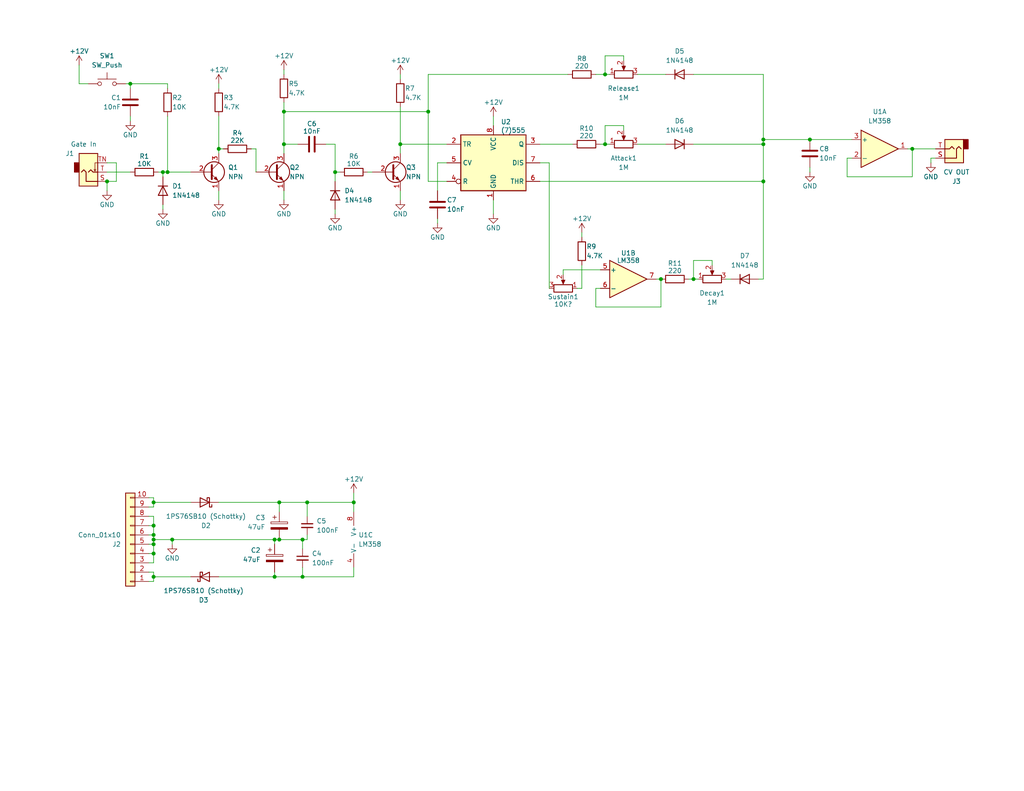
<source format=kicad_sch>
(kicad_sch (version 20250114) (generator "eeschema") (generator_version "9.0")
  (paper "USLetter")
  (lib_symbols
    (symbol "Amplifier_Operational:LM358" (pin_names (offset 0.127))
      (property "Reference" "U" (at 0 5.08 0))
      (property "Value" "LM358" (at 0 -5.08 0))
      (symbol "LM358_1_1"
        (polyline (pts (xy -5.08 5.08) (xy 5.08 0) (xy -5.08 -5.08) (xy -5.08 5.08)) (stroke (width 0.254)) (fill (type background)))
        (pin input line (at -7.62 2.54 0) (length 2.54) (name "+") (number "3"))
        (pin input line (at -7.62 -2.54 0) (length 2.54) (name "-") (number "2"))
        (pin output line (at 7.62 0 180) (length 2.54) (name "~") (number "1"))
      )
      (symbol "LM358_2_1"
        (polyline (pts (xy -5.08 5.08) (xy 5.08 0) (xy -5.08 -5.08) (xy -5.08 5.08)) (stroke (width 0.254)) (fill (type background)))
        (pin input line (at -7.62 2.54 0) (length 2.54) (name "+") (number "5"))
        (pin input line (at -7.62 -2.54 0) (length 2.54) (name "-") (number "6"))
        (pin output line (at 7.62 0 180) (length 2.54) (name "~") (number "7"))
      )
      (symbol "LM358_3_1"
        (pin power_in line (at -2.54 7.62 270) (length 3.81) (name "V+") (number "8"))
        (pin power_in line (at -2.54 -7.62 90) (length 3.81) (name "V-") (number "4"))
      )
    )
    (symbol "Connector_Audio:AudioJack2"
      (property "Reference" "J" (at 0 8.89 0))
      (property "Value" "AudioJack2" (at 0 6.35 0))
      (symbol "AudioJack2_0_1"
        (rectangle (start -3.81 0) (end -2.54 -2.54) (stroke (width 0.254)) (fill (type outline)))
        (rectangle (start -2.54 3.81) (end 2.54 -2.54) (stroke (width 0.254)) (fill (type background)))
        (polyline (pts (xy 0 0) (xy 0.635 -0.635) (xy 1.27 0) (xy 2.54 0)) (stroke (width 0.254)))
        (polyline (pts (xy 2.54 2.54) (xy -0.635 2.54) (xy -0.635 0) (xy -1.27 -0.635) (xy -1.905 0)) (stroke (width 0.254)))
      )
      (symbol "AudioJack2_1_1"
        (pin passive line (at 5.08 2.54 180) (length 2.54) (name "~") (number "S"))
        (pin passive line (at 5.08 0 180) (length 2.54) (name "~") (number "T"))
      )
    )
    (symbol "Connector_Audio:AudioJack2_SwitchT"
      (property "Reference" "J" (at 0 8.89 0))
      (property "Value" "AudioJack2_SwitchT" (at 0 6.35 0))
      (symbol "AudioJack2_SwitchT_0_1"
        (rectangle (start -2.54 0) (end -3.81 -2.54) (stroke (width 0.254)) (fill (type outline)))
        (polyline (pts (xy 0 0) (xy 0.635 -0.635) (xy 1.27 0) (xy 2.54 0)) (stroke (width 0.254)))
        (polyline (pts (xy 1.778 -0.254) (xy 2.032 -0.762)))
        (rectangle (start 2.54 3.81) (end -2.54 -5.08) (stroke (width 0.254)) (fill (type background)))
        (polyline (pts (xy 2.54 2.54) (xy -0.635 2.54) (xy -0.635 0) (xy -1.27 -0.635) (xy -1.905 0)) (stroke (width 0.254)))
        (polyline (pts (xy 2.54 -2.54) (xy 1.778 -2.54) (xy 1.778 -0.254) (xy 1.524 -0.762)))
      )
      (symbol "AudioJack2_SwitchT_1_1"
        (pin passive line (at 5.08 2.54 180) (length 2.54) (name "~") (number "S"))
        (pin passive line (at 5.08 0 180) (length 2.54) (name "~") (number "T"))
        (pin passive line (at 5.08 -2.54 180) (length 2.54) (name "~") (number "TN"))
      )
    )
    (symbol "Connector_Generic:Conn_01x10" (pin_names (offset 1.016) (hide yes))
      (property "Reference" "J" (at 0 12.7 0))
      (property "Value" "Conn_01x10" (at 0 -15.24 0))
      (symbol "Conn_01x10_1_1"
        (rectangle (start -1.27 11.43) (end 1.27 -13.97) (stroke (width 0.254)) (fill (type background)))
        (rectangle (start -1.27 10.287) (end 0 10.033) (stroke (width 0.1524)))
        (rectangle (start -1.27 7.747) (end 0 7.493) (stroke (width 0.1524)))
        (rectangle (start -1.27 5.207) (end 0 4.953) (stroke (width 0.1524)))
        (rectangle (start -1.27 2.667) (end 0 2.413) (stroke (width 0.1524)))
        (rectangle (start -1.27 0.127) (end 0 -0.127) (stroke (width 0.1524)))
        (rectangle (start -1.27 -2.413) (end 0 -2.667) (stroke (width 0.1524)))
        (rectangle (start -1.27 -4.953) (end 0 -5.207) (stroke (width 0.1524)))
        (rectangle (start -1.27 -7.493) (end 0 -7.747) (stroke (width 0.1524)))
        (rectangle (start -1.27 -10.033) (end 0 -10.287) (stroke (width 0.1524)))
        (rectangle (start -1.27 -12.573) (end 0 -12.827) (stroke (width 0.1524)))
        (pin passive line (at -5.08 10.16 0) (length 3.81) (name "Pin_1") (number "1"))
        (pin passive line (at -5.08 7.62 0) (length 3.81) (name "Pin_2") (number "2"))
        (pin passive line (at -5.08 5.08 0) (length 3.81) (name "Pin_3") (number "3"))
        (pin passive line (at -5.08 2.54 0) (length 3.81) (name "Pin_4") (number "4"))
        (pin passive line (at -5.08 0 0) (length 3.81) (name "Pin_5") (number "5"))
        (pin passive line (at -5.08 -2.54 0) (length 3.81) (name "Pin_6") (number "6"))
        (pin passive line (at -5.08 -5.08 0) (length 3.81) (name "Pin_7") (number "7"))
        (pin passive line (at -5.08 -7.62 0) (length 3.81) (name "Pin_8") (number "8"))
        (pin passive line (at -5.08 -10.16 0) (length 3.81) (name "Pin_9") (number "9"))
        (pin passive line (at -5.08 -12.7 0) (length 3.81) (name "Pin_10") (number "10"))
      )
    )
    (symbol "Device:C" (pin_numbers (hide yes)) (pin_names (offset 0.254))
      (property "Reference" "C" (at 0.635 2.54 0))
      (property "Value" "C" (at 0.635 -2.54 0))
      (symbol "C_0_1"
        (polyline (pts (xy -2.032 0.762) (xy 2.032 0.762)) (stroke (width 0.508)))
        (polyline (pts (xy -2.032 -0.762) (xy 2.032 -0.762)) (stroke (width 0.508)))
      )
      (symbol "C_1_1"
        (pin passive line (at 0 3.81 270) (length 2.794) (name "~") (number "1"))
        (pin passive line (at 0 -3.81 90) (length 2.794) (name "~") (number "2"))
      )
    )
    (symbol "Device:C_Polarized" (pin_numbers (hide yes)) (pin_names (offset 0.254))
      (property "Reference" "C" (at 0.635 2.54 0))
      (property "Value" "C_Polarized" (at 0.635 -2.54 0))
      (symbol "C_Polarized_0_1"
        (rectangle (start -2.286 0.508) (end 2.286 1.016))
        (polyline (pts (xy -1.778 2.286) (xy -0.762 2.286)))
        (polyline (pts (xy -1.27 2.794) (xy -1.27 1.778)))
        (rectangle (start 2.286 -0.508) (end -2.286 -1.016) (fill (type outline)))
      )
      (symbol "C_Polarized_1_1"
        (pin passive line (at 0 3.81 270) (length 2.794) (name "~") (number "1"))
        (pin passive line (at 0 -3.81 90) (length 2.794) (name "~") (number "2"))
      )
    )
    (symbol "Device:C_Small" (pin_numbers (hide yes)) (pin_names (offset 0.254) (hide yes))
      (property "Reference" "C" (at 0.254 1.778 0))
      (property "Value" "C_Small" (at 0.254 -2.032 0))
      (symbol "C_Small_0_1"
        (polyline (pts (xy -1.524 0.508) (xy 1.524 0.508)) (stroke (width 0.3048)))
        (polyline (pts (xy -1.524 -0.508) (xy 1.524 -0.508)) (stroke (width 0.3302)))
      )
      (symbol "C_Small_1_1"
        (pin passive line (at 0 2.54 270) (length 2.032) (name "~") (number "1"))
        (pin passive line (at 0 -2.54 90) (length 2.032) (name "~") (number "2"))
      )
    )
    (symbol "Device:R" (pin_numbers (hide yes)) (pin_names (offset 0))
      (property "Reference" "R" (at 2.032 0 90))
      (property "Value" "R" (at 0 0 90))
      (symbol "R_0_1"
        (rectangle (start -1.016 -2.54) (end 1.016 2.54) (stroke (width 0.254)))
      )
      (symbol "R_1_1"
        (pin passive line (at 0 3.81 270) (length 1.27) (name "~") (number "1"))
        (pin passive line (at 0 -3.81 90) (length 1.27) (name "~") (number "2"))
      )
    )
    (symbol "Device:R_Potentiometer" (pin_names (offset 1.016) (hide yes))
      (property "Reference" "RV" (at -4.445 0 90))
      (property "Value" "R_Potentiometer" (at -2.54 0 90))
      (symbol "R_Potentiometer_0_1"
        (rectangle (start 1.016 2.54) (end -1.016 -2.54) (stroke (width 0.254)))
        (polyline (pts (xy 1.143 0) (xy 2.286 0.508) (xy 2.286 -0.508) (xy 1.143 0)) (fill (type outline)))
        (polyline (pts (xy 2.54 0) (xy 1.524 0)))
      )
      (symbol "R_Potentiometer_1_1"
        (pin passive line (at 0 3.81 270) (length 1.27) (name "1") (number "1"))
        (pin passive line (at 0 -3.81 90) (length 1.27) (name "3") (number "3"))
        (pin passive line (at 3.81 0 180) (length 1.27) (name "2") (number "2"))
      )
    )
    (symbol "Diode:1N4148" (pin_numbers (hide yes)) (pin_names (hide yes))
      (property "Reference" "D" (at 0 2.54 0))
      (property "Value" "1N4148" (at 0 -2.54 0))
      (symbol "1N4148_0_1"
        (polyline (pts (xy -1.27 1.27) (xy -1.27 -1.27)) (stroke (width 0.254)))
        (polyline (pts (xy 1.27 1.27) (xy 1.27 -1.27) (xy -1.27 0) (xy 1.27 1.27)) (stroke (width 0.254)))
        (polyline (pts (xy 1.27 0) (xy -1.27 0)))
      )
      (symbol "1N4148_1_1"
        (pin passive line (at -3.81 0 0) (length 2.54) (name "K") (number "1"))
        (pin passive line (at 3.81 0 180) (length 2.54) (name "A") (number "2"))
      )
    )
    (symbol "Diode:BAT60A" (pin_numbers (hide yes)) (pin_names (offset 1.016) (hide yes))
      (property "Reference" "D" (at 0 2.54 0))
      (property "Value" "BAT60A" (at 0 -2.54 0))
      (symbol "BAT60A_0_1"
        (polyline (pts (xy -1.905 0.635) (xy -1.905 1.27) (xy -1.27 1.27) (xy -1.27 -1.27) (xy -0.635 -1.27) (xy -0.635 -0.635)) (stroke (width 0.254)))
        (polyline (pts (xy 1.27 1.27) (xy 1.27 -1.27) (xy -1.27 0) (xy 1.27 1.27)) (stroke (width 0.254)))
        (polyline (pts (xy 1.27 0) (xy -1.27 0)))
      )
      (symbol "BAT60A_1_1"
        (pin passive line (at -3.81 0 0) (length 2.54) (name "K") (number "1"))
        (pin passive line (at 3.81 0 180) (length 2.54) (name "A") (number "2"))
      )
    )
    (symbol "Switch:SW_Push" (pin_numbers (hide yes)) (pin_names (offset 1.016) (hide yes))
      (property "Reference" "SW" (at 1.27 2.54 0))
      (property "Value" "SW_Push" (at 0 -1.524 0))
      (symbol "SW_Push_0_1"
        (circle (center -2.032 0) (radius 0.508))
        (polyline (pts (xy 0 1.27) (xy 0 3.048)))
        (circle (center 2.032 0) (radius 0.508))
        (polyline (pts (xy 2.54 1.27) (xy -2.54 1.27)))
        (pin passive line (at -5.08 0 0) (length 2.54) (name "1") (number "1"))
        (pin passive line (at 5.08 0 180) (length 2.54) (name "2") (number "2"))
      )
    )
    (symbol "Timer:NA555P"
      (property "Reference" "U" (at -10.16 8.89 0))
      (property "Value" "NA555P" (at 2.54 8.89 0))
      (symbol "NA555P_0_0"
        (pin power_in line (at 0 10.16 270) (length 2.54) (name "VCC") (number "8"))
        (pin power_in line (at 0 -10.16 90) (length 2.54) (name "GND") (number "1"))
      )
      (symbol "NA555P_0_1"
        (rectangle (start -8.89 -7.62) (end 8.89 7.62) (stroke (width 0.254)) (fill (type background)))
        (rectangle (start -8.89 -7.62) (end 8.89 7.62) (stroke (width 0.254)) (fill (type background)))
      )
      (symbol "NA555P_1_1"
        (pin input line (at -12.7 5.08 0) (length 3.81) (name "TR") (number "2"))
        (pin input line (at -12.7 0 0) (length 3.81) (name "CV") (number "5"))
        (pin input inverted (at -12.7 -5.08 0) (length 3.81) (name "R") (number "4"))
        (pin output line (at 12.7 5.08 180) (length 3.81) (name "Q") (number "3"))
        (pin input line (at 12.7 0 180) (length 3.81) (name "DIS") (number "7"))
        (pin input line (at 12.7 -5.08 180) (length 3.81) (name "THR") (number "6"))
      )
    )
    (symbol "Transistor_BJT:2N3904" (pin_names (offset 0) (hide yes))
      (property "Reference" "Q" (at 5.08 1.905 0))
      (property "Value" "2N3904" (at 5.08 0 0))
      (symbol "2N3904_0_1"
        (polyline (pts (xy 0.635 1.905) (xy 0.635 -1.905) (xy 0.635 -1.905)) (stroke (width 0.508)))
        (polyline (pts (xy 0.635 0.635) (xy 2.54 2.54)))
        (polyline (pts (xy 0.635 -0.635) (xy 2.54 -2.54) (xy 2.54 -2.54)))
        (circle (center 1.27 0) (radius 2.8194) (stroke (width 0.254)))
        (polyline (pts (xy 1.27 -1.778) (xy 1.778 -1.27) (xy 2.286 -2.286) (xy 1.27 -1.778) (xy 1.27 -1.778)) (fill (type outline)))
      )
      (symbol "2N3904_1_1"
        (pin passive line (at -5.08 0 0) (length 5.715) (name "B") (number "2"))
        (pin passive line (at 2.54 5.08 270) (length 2.54) (name "C") (number "3"))
        (pin passive line (at 2.54 -5.08 90) (length 2.54) (name "E") (number "1"))
      )
    )
    (symbol "power:+12V" (power) (pin_names (offset 0))
      (property "Value" "+12V" (at 0 3.556 0))
      (symbol "+12V_0_1"
        (polyline (pts (xy -0.762 1.27) (xy 0 2.54)))
        (polyline (pts (xy 0 2.54) (xy 0.762 1.27)))
        (polyline (pts (xy 0 0) (xy 0 2.54)))
      )
      (symbol "+12V_1_1"
        (pin power_in line (at 0 0 90) (length 0) (hide yes) (name "+12V") (number "1"))
      )
    )
    (symbol "power:GND" (power) (pin_names (offset 0))
      (property "Value" "GND" (at 0 -3.81 0))
      (symbol "GND_0_1"
        (polyline (pts (xy 0 0) (xy 0 -1.27) (xy 1.27 -1.27) (xy 0 -2.54) (xy -1.27 -1.27) (xy 0 -1.27)))
      )
      (symbol "GND_1_1"
        (pin power_in line (at 0 0 270) (length 0) (hide yes) (name "GND") (number "1"))
      )
    )
  )
  (junction (at 41.91 146.05))
  (junction (at 165.1 39.37))
  (junction (at 76.2 147.32))
  (junction (at 41.91 157.48))
  (junction (at 189.23 76.2))
  (junction (at 208.28 38.1))
  (junction (at 220.98 38.1))
  (junction (at 208.28 49.53))
  (junction (at 82.55 157.48))
  (junction (at 74.93 147.32))
  (junction (at 59.69 40.64))
  (junction (at 91.44 46.99))
  (junction (at 41.91 151.13))
  (junction (at 82.55 147.32))
  (junction (at 41.91 143.51))
  (junction (at 29.21 49.53))
  (junction (at 116.84 30.48))
  (junction (at 35.56 22.86))
  (junction (at 208.28 39.37))
  (junction (at 77.47 39.37))
  (junction (at 45.72 46.99))
  (junction (at 83.82 137.16))
  (junction (at 248.92 40.64))
  (junction (at 74.93 157.48))
  (junction (at 41.91 148.59))
  (junction (at 41.91 147.32))
  (junction (at 41.91 137.16))
  (junction (at 96.52 137.16))
  (junction (at 109.22 39.37))
  (junction (at 77.47 30.48))
  (junction (at 76.2 137.16))
  (junction (at 165.1 20.32))
  (junction (at 44.45 46.99))
  (junction (at 46.99 147.32))
  (junction (at 180.34 76.2))
  (wire (pts (xy 77.47 30.48) (xy 116.84 30.48)))
  (wire (pts (xy 41.91 157.48) (xy 41.91 158.75)))
  (wire (pts (xy 29.21 49.53) (xy 29.21 52.07)))
  (wire (pts (xy 41.91 137.16) (xy 41.91 135.89)))
  (wire (pts (xy 77.47 39.37) (xy 77.47 41.91)))
  (wire (pts (xy 119.38 44.45) (xy 121.92 44.45)))
  (wire (pts (xy 40.64 151.13) (xy 41.91 151.13)))
  (wire (pts (xy 41.91 138.43) (xy 41.91 137.16)))
  (wire (pts (xy 170.18 34.29) (xy 165.1 34.29)))
  (wire (pts (xy 31.75 44.45) (xy 31.75 49.53)))
  (wire (pts (xy 74.93 157.48) (xy 82.55 157.48)))
  (wire (pts (xy 147.32 49.53) (xy 208.28 49.53)))
  (wire (pts (xy 170.18 15.24) (xy 170.18 16.51)))
  (wire (pts (xy 96.52 137.16) (xy 96.52 139.7)))
  (wire (pts (xy 158.75 72.39) (xy 158.75 78.74)))
  (wire (pts (xy 208.28 39.37) (xy 208.28 38.1)))
  (wire (pts (xy 180.34 76.2) (xy 180.34 83.82)))
  (wire (pts (xy 40.64 135.89) (xy 41.91 135.89)))
  (wire (pts (xy 45.72 46.99) (xy 52.07 46.99)))
  (wire (pts (xy 134.62 31.75) (xy 134.62 34.29)))
  (wire (pts (xy 83.82 137.16) (xy 96.52 137.16)))
  (wire (pts (xy 157.48 78.74) (xy 158.75 78.74)))
  (wire (pts (xy 83.82 140.97) (xy 83.82 137.16)))
  (wire (pts (xy 248.92 48.26) (xy 231.14 48.26)))
  (wire (pts (xy 165.1 39.37) (xy 166.37 39.37)))
  (wire (pts (xy 77.47 19.05) (xy 77.47 20.32)))
  (wire (pts (xy 59.69 40.64) (xy 60.96 40.64)))
  (wire (pts (xy 162.56 83.82) (xy 180.34 83.82)))
  (wire (pts (xy 41.91 146.05) (xy 40.64 146.05)))
  (wire (pts (xy 109.22 39.37) (xy 109.22 41.91)))
  (wire (pts (xy 77.47 52.07) (xy 77.47 54.61)))
  (wire (pts (xy 101.6 46.99) (xy 100.33 46.99)))
  (wire (pts (xy 29.21 49.53) (xy 31.75 49.53)))
  (wire (pts (xy 74.93 147.32) (xy 76.2 147.32)))
  (wire (pts (xy 165.1 15.24) (xy 165.1 20.32)))
  (wire (pts (xy 149.86 44.45) (xy 149.86 78.74)))
  (wire (pts (xy 29.21 44.45) (xy 31.75 44.45)))
  (wire (pts (xy 41.91 148.59) (xy 41.91 151.13)))
  (wire (pts (xy 220.98 45.72) (xy 220.98 46.99)))
  (wire (pts (xy 194.31 71.12) (xy 194.31 72.39)))
  (wire (pts (xy 41.91 156.21) (xy 41.91 157.48)))
  (wire (pts (xy 59.69 157.48) (xy 74.93 157.48)))
  (wire (pts (xy 40.64 148.59) (xy 41.91 148.59)))
  (wire (pts (xy 208.28 38.1) (xy 220.98 38.1)))
  (wire (pts (xy 116.84 20.32) (xy 116.84 30.48)))
  (wire (pts (xy 35.56 31.75) (xy 35.56 33.02)))
  (wire (pts (xy 116.84 30.48) (xy 116.84 49.53)))
  (wire (pts (xy 173.99 39.37) (xy 181.61 39.37)))
  (wire (pts (xy 40.64 143.51) (xy 41.91 143.51)))
  (wire (pts (xy 162.56 78.74) (xy 162.56 83.82)))
  (wire (pts (xy 208.28 39.37) (xy 189.23 39.37)))
  (wire (pts (xy 41.91 140.97) (xy 41.91 143.51)))
  (wire (pts (xy 44.45 46.99) (xy 44.45 48.26)))
  (wire (pts (xy 247.65 40.64) (xy 248.92 40.64)))
  (wire (pts (xy 165.1 34.29) (xy 165.1 39.37)))
  (wire (pts (xy 91.44 39.37) (xy 91.44 46.99)))
  (wire (pts (xy 91.44 58.42) (xy 91.44 57.15)))
  (wire (pts (xy 82.55 157.48) (xy 96.52 157.48)))
  (wire (pts (xy 59.69 31.75) (xy 59.69 40.64)))
  (wire (pts (xy 74.93 156.21) (xy 74.93 157.48)))
  (wire (pts (xy 96.52 134.62) (xy 96.52 137.16)))
  (wire (pts (xy 109.22 20.32) (xy 109.22 21.59)))
  (wire (pts (xy 41.91 157.48) (xy 52.07 157.48)))
  (wire (pts (xy 41.91 143.51) (xy 41.91 146.05)))
  (wire (pts (xy 198.12 76.2) (xy 199.39 76.2)))
  (wire (pts (xy 220.98 38.1) (xy 232.41 38.1)))
  (wire (pts (xy 21.59 17.78) (xy 21.59 22.86)))
  (wire (pts (xy 170.18 15.24) (xy 165.1 15.24)))
  (wire (pts (xy 173.99 20.32) (xy 181.61 20.32)))
  (wire (pts (xy 82.55 154.94) (xy 82.55 157.48)))
  (wire (pts (xy 254 43.18) (xy 254 44.45)))
  (wire (pts (xy 41.91 147.32) (xy 41.91 148.59)))
  (wire (pts (xy 45.72 31.75) (xy 45.72 46.99)))
  (wire (pts (xy 46.99 148.59) (xy 46.99 147.32)))
  (wire (pts (xy 45.72 22.86) (xy 45.72 24.13)))
  (wire (pts (xy 96.52 154.94) (xy 96.52 157.48)))
  (wire (pts (xy 231.14 43.18) (xy 232.41 43.18)))
  (wire (pts (xy 83.82 146.05) (xy 83.82 147.32)))
  (wire (pts (xy 59.69 52.07) (xy 59.69 54.61)))
  (wire (pts (xy 154.94 20.32) (xy 116.84 20.32)))
  (wire (pts (xy 91.44 46.99) (xy 92.71 46.99)))
  (wire (pts (xy 163.83 39.37) (xy 165.1 39.37)))
  (wire (pts (xy 82.55 147.32) (xy 83.82 147.32)))
  (wire (pts (xy 35.56 22.86) (xy 35.56 24.13)))
  (wire (pts (xy 82.55 147.32) (xy 82.55 149.86)))
  (wire (pts (xy 248.92 40.64) (xy 255.27 40.64)))
  (wire (pts (xy 41.91 158.75) (xy 40.64 158.75)))
  (wire (pts (xy 153.67 73.66) (xy 163.83 73.66)))
  (wire (pts (xy 165.1 20.32) (xy 166.37 20.32)))
  (wire (pts (xy 40.64 153.67) (xy 41.91 153.67)))
  (wire (pts (xy 77.47 30.48) (xy 77.47 39.37)))
  (wire (pts (xy 46.99 147.32) (xy 74.93 147.32)))
  (wire (pts (xy 208.28 76.2) (xy 207.01 76.2)))
  (wire (pts (xy 44.45 46.99) (xy 45.72 46.99)))
  (wire (pts (xy 158.75 63.5) (xy 158.75 64.77)))
  (wire (pts (xy 147.32 44.45) (xy 149.86 44.45)))
  (wire (pts (xy 248.92 40.64) (xy 248.92 48.26)))
  (wire (pts (xy 74.93 148.59) (xy 74.93 147.32)))
  (wire (pts (xy 68.58 40.64) (xy 69.85 40.64)))
  (wire (pts (xy 35.56 22.86) (xy 45.72 22.86)))
  (wire (pts (xy 29.21 46.99) (xy 35.56 46.99)))
  (wire (pts (xy 41.91 147.32) (xy 46.99 147.32)))
  (wire (pts (xy 76.2 147.32) (xy 82.55 147.32)))
  (wire (pts (xy 162.56 20.32) (xy 165.1 20.32)))
  (wire (pts (xy 44.45 57.15) (xy 44.45 55.88)))
  (wire (pts (xy 179.07 76.2) (xy 180.34 76.2)))
  (wire (pts (xy 109.22 52.07) (xy 109.22 54.61)))
  (wire (pts (xy 59.69 40.64) (xy 59.69 41.91)))
  (wire (pts (xy 43.18 46.99) (xy 44.45 46.99)))
  (wire (pts (xy 189.23 76.2) (xy 190.5 76.2)))
  (wire (pts (xy 109.22 29.21) (xy 109.22 39.37)))
  (wire (pts (xy 189.23 71.12) (xy 189.23 76.2)))
  (wire (pts (xy 40.64 138.43) (xy 41.91 138.43)))
  (wire (pts (xy 119.38 44.45) (xy 119.38 52.07)))
  (wire (pts (xy 59.69 22.86) (xy 59.69 24.13)))
  (wire (pts (xy 208.28 20.32) (xy 208.28 38.1)))
  (wire (pts (xy 208.28 39.37) (xy 208.28 49.53)))
  (wire (pts (xy 254 43.18) (xy 255.27 43.18)))
  (wire (pts (xy 77.47 27.94) (xy 77.47 30.48)))
  (wire (pts (xy 41.91 146.05) (xy 41.91 147.32)))
  (wire (pts (xy 41.91 156.21) (xy 40.64 156.21)))
  (wire (pts (xy 231.14 48.26) (xy 231.14 43.18)))
  (wire (pts (xy 109.22 39.37) (xy 121.92 39.37)))
  (wire (pts (xy 41.91 151.13) (xy 41.91 153.67)))
  (wire (pts (xy 119.38 59.69) (xy 119.38 60.96)))
  (wire (pts (xy 170.18 34.29) (xy 170.18 35.56)))
  (wire (pts (xy 21.59 22.86) (xy 24.13 22.86)))
  (wire (pts (xy 134.62 54.61) (xy 134.62 58.42)))
  (wire (pts (xy 153.67 74.93) (xy 153.67 73.66)))
  (wire (pts (xy 194.31 71.12) (xy 189.23 71.12)))
  (wire (pts (xy 91.44 46.99) (xy 91.44 49.53)))
  (wire (pts (xy 116.84 49.53) (xy 121.92 49.53)))
  (wire (pts (xy 69.85 40.64) (xy 69.85 46.99)))
  (wire (pts (xy 76.2 137.16) (xy 83.82 137.16)))
  (wire (pts (xy 41.91 137.16) (xy 52.07 137.16)))
  (wire (pts (xy 88.9 39.37) (xy 91.44 39.37)))
  (wire (pts (xy 40.64 140.97) (xy 41.91 140.97)))
  (wire (pts (xy 208.28 20.32) (xy 189.23 20.32)))
  (wire (pts (xy 77.47 39.37) (xy 81.28 39.37)))
  (wire (pts (xy 147.32 39.37) (xy 156.21 39.37)))
  (wire (pts (xy 187.96 76.2) (xy 189.23 76.2)))
  (wire (pts (xy 162.56 78.74) (xy 163.83 78.74)))
  (wire (pts (xy 34.29 22.86) (xy 35.56 22.86)))
  (wire (pts (xy 59.69 137.16) (xy 76.2 137.16)))
  (wire (pts (xy 76.2 137.16) (xy 76.2 139.7)))
  (wire (pts (xy 208.28 49.53) (xy 208.28 76.2)))
  (symbol (lib_id "power:GND") (at 119.38 60.96 0) (mirror y) (unit 1)
    (property "Reference" "#PWR014" (effects (hide yes)))
    (property "Value" "GND" (at 119.38 64.77 0))
  )
  (symbol (lib_id "Device:R") (at 184.15 76.2 90) (unit 1)
    (property "Reference" "R11" (at 184.15 71.882 90))
    (property "Value" "220" (at 184.15 73.914 90))
  )
  (symbol (lib_id "power:GND") (at 35.56 33.02 0) (mirror y) (unit 1)
    (property "Reference" "#PWR03" (effects (hide yes)))
    (property "Value" "GND" (at 35.56 36.83 0))
  )
  (symbol (lib_id "Device:R") (at 59.69 27.94 0) (unit 1)
    (property "Reference" "R3" (at 60.96 26.67 0) (effects (justify left)))
    (property "Value" "4.7K" (at 60.96 29.21 0) (effects (justify left)))
  )
  (symbol (lib_id "power:+12V") (at 96.52 134.62 0) (unit 1)
    (property "Reference" "#PWR011" (effects (hide yes)))
    (property "Value" "+12V" (at 96.52 130.81 0))
  )
  (symbol (lib_id "Diode:1N4148") (at 203.2 76.2 0) (unit 1)
    (property "Reference" "D7" (at 203.2 69.85 0))
    (property "Value" "1N4148" (at 203.2 72.39 0))
    (property "Footprint" "Diode_THT:D_DO-35_SOD27_P7.62mm_Horizontal" (effects (hide yes)))
    (property "Datasheet" "https://assets.nexperia.com/documents/data-sheet/1N4148_1N4448.pdf" (effects (hide yes)))
    (property "Sim.Device" "D" (effects (hide yes)))
    (property "Sim.Pins" "1=K 2=A" (effects (hide yes)))
  )
  (symbol (lib_id "Diode:BAT60A") (at 55.88 137.16 180) (unit 1)
    (property "Reference" "D2" (at 56.1975 143.51 0))
    (property "Value" "1PS76SB10 (Schottky)" (at 56.1975 140.97 0))
    (property "Footprint" "Diode_SMD:D_SOD-323_HandSoldering" (effects (hide yes)))
    (property "Datasheet" "https://www.infineon.com/dgdl/Infineon-BAT60ASERIES-DS-v01_01-en.pdf?fileId=db3a304313d846880113def70c9304a9" (effects (hide yes)))
  )
  (symbol (lib_id "Device:C_Small") (at 83.82 143.51 0) (unit 1)
    (property "Reference" "C5" (at 86.36 142.2463 0) (effects (justify left)))
    (property "Value" "100nF" (at 86.36 144.7863 0) (effects (justify left)))
    (property "Footprint" "Capacitor_SMD:C_0805_2012Metric_Pad1.18x1.45mm_HandSolder" (effects (hide yes)))
  )
  (symbol (lib_id "power:GND") (at 29.21 52.07 0) (unit 1)
    (property "Reference" "#PWR02" (effects (hide yes)))
    (property "Value" "GND" (at 29.21 55.88 0))
  )
  (symbol (lib_id "Device:R_Potentiometer") (at 170.18 20.32 90) (unit 1)
    (property "Reference" "Release1" (at 170.18 24.13 90))
    (property "Value" "1M" (at 170.18 26.67 90))
    (property "Description" "Potentiometer" (effects (hide yes)))
  )
  (symbol (lib_id "Device:C") (at 119.38 55.88 0) (unit 1)
    (property "Reference" "C7" (at 121.92 54.61 0) (effects (justify left)))
    (property "Value" "10nF" (at 121.92 57.15 0) (effects (justify left)))
    (property "Description" "Unpolarized capacitor" (effects (hide yes)))
  )
  (symbol (lib_id "Transistor_BJT:2N3904") (at 74.93 46.99 0) (unit 1)
    (property "Reference" "Q2" (at 78.994 45.72 0) (effects (justify left)))
    (property "Value" "NPN" (at 78.994 48.26 0) (effects (justify left)))
    (property "Footprint" "Package_TO_SOT_THT:TO-92_Inline" (effects (hide yes)))
    (property "Datasheet" "https://www.onsemi.com/pub/Collateral/2N3903-D.PDF" (effects (hide yes)))
  )
  (symbol (lib_id "Device:R") (at 64.77 40.64 90) (unit 1)
    (property "Reference" "R4" (at 64.77 36.322 90))
    (property "Value" "22K" (at 64.77 38.354 90))
  )
  (symbol (lib_id "Device:R") (at 160.02 39.37 90) (unit 1)
    (property "Reference" "R10" (at 160.02 35.052 90))
    (property "Value" "220" (at 160.02 37.084 90))
  )
  (symbol (lib_id "Device:R_Potentiometer") (at 194.31 76.2 90) (unit 1)
    (property "Reference" "Decay1" (at 194.31 80.01 90))
    (property "Value" "1M" (at 194.31 82.55 90))
    (property "Description" "Potentiometer" (effects (hide yes)))
  )
  (symbol (lib_id "Amplifier_Operational:LM358") (at 171.45 76.2 0) (unit 2)
    (property "Reference" "U1" (at 171.45 69.088 0))
    (property "Value" "LM358" (at 171.45 71.12 0))
    (property "Datasheet" "http://www.ti.com/lit/ds/symlink/lm2904-n.pdf" (effects (hide yes)))
    (property "Description" "Low-Power, Dual Operational Amplifiers, DIP-8/SOIC-8/TO-99-8" (effects (hide yes)))
  )
  (symbol (lib_id "power:GND") (at 254 44.45 0) (mirror y) (unit 1)
    (property "Reference" "#PWR019" (effects (hide yes)))
    (property "Value" "GND" (at 254 48.26 0))
  )
  (symbol (lib_id "Connector_Generic:Conn_01x10") (at 35.56 148.59 180) (unit 1)
    (property "Reference" "J2" (at 33.02 148.59 0) (effects (justify left)))
    (property "Value" "Conn_01x10" (at 33.02 146.05 0) (effects (justify left)))
    (property "Footprint" "SynthMages:IDC-Header_2x05_P2.54mm_Vertical_Fixed_Ground_Fill" (effects (hide yes)))
  )
  (symbol (lib_id "Device:R") (at 158.75 20.32 90) (unit 1)
    (property "Reference" "R8" (at 158.75 16.002 90))
    (property "Value" "220" (at 158.75 18.034 90))
  )
  (symbol (lib_id "Device:C") (at 35.56 27.94 0) (mirror y) (unit 1)
    (property "Reference" "C1" (at 33.02 26.67 0) (effects (justify left)))
    (property "Value" "10nF" (at 33.02 29.21 0) (effects (justify left)))
    (property "Description" "Unpolarized capacitor" (effects (hide yes)))
  )
  (symbol (lib_id "power:+12V") (at 109.22 20.32 0) (unit 1)
    (property "Reference" "#PWR012" (effects (hide yes)))
    (property "Value" "+12V" (at 109.22 16.51 0))
  )
  (symbol (lib_id "Device:C") (at 85.09 39.37 90) (unit 1)
    (property "Reference" "C6" (at 85.09 33.782 90))
    (property "Value" "10nF" (at 85.09 35.814 90))
  )
  (symbol (lib_id "power:GND") (at 44.45 57.15 0) (unit 1)
    (property "Reference" "#PWR04" (effects (hide yes)))
    (property "Value" "GND" (at 44.45 60.96 0))
  )
  (symbol (lib_id "Transistor_BJT:2N3904") (at 57.15 46.99 0) (unit 1)
    (property "Reference" "Q1" (at 62.23 45.7199 0) (effects (justify left)))
    (property "Value" "NPN" (at 62.23 48.2599 0) (effects (justify left)))
    (property "Footprint" "Package_TO_SOT_THT:TO-92_Inline" (effects (hide yes)))
    (property "Datasheet" "https://www.onsemi.com/pub/Collateral/2N3903-D.PDF" (effects (hide yes)))
  )
  (symbol (lib_id "Diode:1N4148") (at 185.42 20.32 0) (unit 1)
    (property "Reference" "D5" (at 185.42 13.97 0))
    (property "Value" "1N4148" (at 185.42 16.51 0))
    (property "Footprint" "Diode_THT:D_DO-35_SOD27_P7.62mm_Horizontal" (effects (hide yes)))
    (property "Datasheet" "https://assets.nexperia.com/documents/data-sheet/1N4148_1N4448.pdf" (effects (hide yes)))
    (property "Sim.Device" "D" (effects (hide yes)))
    (property "Sim.Pins" "1=K 2=A" (effects (hide yes)))
  )
  (symbol (lib_id "Device:R") (at 109.22 25.4 0) (unit 1)
    (property "Reference" "R7" (at 110.49 24.13 0) (effects (justify left)))
    (property "Value" "4.7K" (at 110.49 26.67 0) (effects (justify left)))
  )
  (symbol (lib_id "power:+12V") (at 158.75 63.5 0) (unit 1)
    (property "Reference" "#PWR017" (effects (hide yes)))
    (property "Value" "+12V" (at 158.75 59.69 0))
  )
  (symbol (lib_id "power:+12V") (at 134.62 31.75 0) (unit 1)
    (property "Reference" "#PWR015" (effects (hide yes)))
    (property "Value" "+12V" (at 134.62 27.94 0))
  )
  (symbol (lib_id "Diode:1N4148") (at 91.44 53.34 270) (unit 1)
    (property "Reference" "D4" (at 93.98 52.0699 90) (effects (justify left)))
    (property "Value" "1N4148" (at 93.98 54.6099 90) (effects (justify left)))
    (property "Footprint" "Diode_THT:D_DO-35_SOD27_P7.62mm_Horizontal" (effects (hide yes)))
    (property "Datasheet" "https://assets.nexperia.com/documents/data-sheet/1N4148_1N4448.pdf" (effects (hide yes)))
    (property "Sim.Device" "D" (effects (hide yes)))
    (property "Sim.Pins" "1=K 2=A" (effects (hide yes)))
  )
  (symbol (lib_id "Diode:BAT60A") (at 55.88 157.48 0) (mirror x) (unit 1)
    (property "Reference" "D3" (at 55.5625 163.83 0))
    (property "Value" "1PS76SB10 (Schottky)" (at 55.5625 161.29 0))
    (property "Footprint" "Diode_SMD:D_SOD-323_HandSoldering" (effects (hide yes)))
    (property "Datasheet" "https://www.infineon.com/dgdl/Infineon-BAT60ASERIES-DS-v01_01-en.pdf?fileId=db3a304313d846880113def70c9304a9" (effects (hide yes)))
  )
  (symbol (lib_id "power:GND") (at 59.69 54.61 0) (unit 1)
    (property "Reference" "#PWR07" (effects (hide yes)))
    (property "Value" "GND" (at 59.69 58.42 0))
  )
  (symbol (lib_id "Device:R") (at 96.52 46.99 90) (unit 1)
    (property "Reference" "R6" (at 96.52 42.672 90))
    (property "Value" "10K" (at 96.52 44.704 90))
  )
  (symbol (lib_id "Device:C_Polarized") (at 74.93 152.4 0) (unit 1)
    (property "Reference" "C2" (at 71.12 150.241 0) (effects (justify right)))
    (property "Value" "47uF" (at 71.12 152.781 0) (effects (justify right)))
    (property "Footprint" "Capacitor_THT:CP_Radial_D5.0mm_P2.50mm" (effects (hide yes)))
  )
  (symbol (lib_id "power:GND") (at 91.44 58.42 0) (unit 1)
    (property "Reference" "#PWR010" (effects (hide yes)))
    (property "Value" "GND" (at 91.44 62.23 0))
  )
  (symbol (lib_id "Diode:1N4148") (at 185.42 39.37 0) (mirror y) (unit 1)
    (property "Reference" "D6" (at 185.42 33.02 0))
    (property "Value" "1N4148" (at 185.42 35.56 0))
    (property "Footprint" "Diode_THT:D_DO-35_SOD27_P7.62mm_Horizontal" (effects (hide yes)))
    (property "Datasheet" "https://assets.nexperia.com/documents/data-sheet/1N4148_1N4448.pdf" (effects (hide yes)))
    (property "Sim.Device" "D" (effects (hide yes)))
    (property "Sim.Pins" "1=K 2=A" (effects (hide yes)))
  )
  (symbol (lib_id "power:+12V") (at 59.69 22.86 0) (unit 1)
    (property "Reference" "#PWR06" (effects (hide yes)))
    (property "Value" "+12V" (at 59.69 19.05 0))
  )
  (symbol (lib_id "Timer:NA555P") (at 134.62 44.45 0) (unit 1)
    (property "Reference" "U2" (at 136.652 33.274 0) (effects (justify left)))
    (property "Value" "(7)555" (at 136.652 35.56 0) (effects (justify left)))
    (property "Footprint" "Package_DIP:DIP-8_W7.62mm" (effects (hide yes)))
    (property "Datasheet" "http://www.ti.com/lit/ds/symlink/ne555.pdf" (effects (hide yes)))
    (property "Description" "Precision Timers, 555 compatible, PDIP-8" (effects (hide yes)))
  )
  (symbol (lib_id "Device:R_Potentiometer") (at 153.67 78.74 270) (mirror x) (unit 1)
    (property "Reference" "Sustain1" (at 153.67 81.026 90))
    (property "Value" "10K?" (at 153.67 83.058 90))
    (property "Description" "Potentiometer" (effects (hide yes)))
  )
  (symbol (lib_id "Amplifier_Operational:LM358") (at 99.06 147.32 0) (unit 3)
    (property "Reference" "U1" (at 97.79 146.0499 0) (effects (justify left)))
    (property "Value" "LM358" (at 97.79 148.5899 0) (effects (justify left)))
    (property "Datasheet" "http://www.ti.com/lit/ds/symlink/lm2904-n.pdf" (effects (hide yes)))
    (property "Description" "Low-Power, Dual Operational Amplifiers, DIP-8/SOIC-8/TO-99-8" (effects (hide yes)))
  )
  (symbol (lib_id "power:GND") (at 46.99 148.59 0) (unit 1)
    (property "Reference" "#PWR05" (effects (hide yes)))
    (property "Value" "GND" (at 46.99 152.4 0))
  )
  (symbol (lib_id "power:GND") (at 220.98 46.99 0) (unit 1)
    (property "Reference" "#PWR018" (effects (hide yes)))
    (property "Value" "GND" (at 220.98 50.8 0))
  )
  (symbol (lib_id "Connector_Audio:AudioJack2") (at 260.35 40.64 180) (unit 1)
    (property "Reference" "J3" (at 260.985 49.53 0))
    (property "Value" "CV OUT" (at 260.985 46.99 0))
  )
  (symbol (lib_id "power:GND") (at 109.22 54.61 0) (unit 1)
    (property "Reference" "#PWR013" (effects (hide yes)))
    (property "Value" "GND" (at 109.22 58.42 0))
  )
  (symbol (lib_id "power:+12V") (at 21.59 17.78 0) (mirror y) (unit 1)
    (property "Reference" "#PWR01" (effects (hide yes)))
    (property "Value" "+12V" (at 21.59 13.97 0))
  )
  (symbol (lib_id "Device:C_Polarized") (at 76.2 143.51 0) (unit 1)
    (property "Reference" "C3" (at 72.39 141.351 0) (effects (justify right)))
    (property "Value" "47uF" (at 72.39 143.891 0) (effects (justify right)))
    (property "Footprint" "Capacitor_THT:CP_Radial_D5.0mm_P2.50mm" (effects (hide yes)))
  )
  (symbol (lib_id "power:GND") (at 134.62 58.42 0) (mirror y) (unit 1)
    (property "Reference" "#PWR016" (effects (hide yes)))
    (property "Value" "GND" (at 134.62 62.23 0))
  )
  (symbol (lib_id "Device:C_Small") (at 82.55 152.4 0) (unit 1)
    (property "Reference" "C4" (at 85.09 151.1363 0) (effects (justify left)))
    (property "Value" "100nF" (at 85.09 153.6763 0) (effects (justify left)))
    (property "Footprint" "Capacitor_SMD:C_0805_2012Metric_Pad1.18x1.45mm_HandSolder" (effects (hide yes)))
  )
  (symbol (lib_id "Device:R") (at 45.72 27.94 180) (unit 1)
    (property "Reference" "R2" (at 46.99 26.67 0) (effects (justify right)))
    (property "Value" "10K" (at 46.99 29.21 0) (effects (justify right)))
  )
  (symbol (lib_id "Device:R") (at 39.37 46.99 90) (unit 1)
    (property "Reference" "R1" (at 39.37 42.672 90))
    (property "Value" "10K" (at 39.37 44.704 90))
  )
  (symbol (lib_id "Device:R") (at 158.75 68.58 0) (unit 1)
    (property "Reference" "R9" (at 160.02 67.31 0) (effects (justify left)))
    (property "Value" "4.7K" (at 160.02 69.85 0) (effects (justify left)))
  )
  (symbol (lib_id "Device:R_Potentiometer") (at 170.18 39.37 90) (unit 1)
    (property "Reference" "Attack1" (at 170.18 43.18 90))
    (property "Value" "1M" (at 170.18 45.72 90))
    (property "Description" "Potentiometer" (effects (hide yes)))
  )
  (symbol (lib_id "power:GND") (at 77.47 54.61 0) (unit 1)
    (property "Reference" "#PWR09" (effects (hide yes)))
    (property "Value" "GND" (at 77.47 58.42 0))
  )
  (symbol (lib_id "power:+12V") (at 77.47 19.05 0) (unit 1)
    (property "Reference" "#PWR08" (effects (hide yes)))
    (property "Value" "+12V" (at 77.47 15.24 0))
  )
  (symbol (lib_id "Device:C") (at 220.98 41.91 0) (unit 1)
    (property "Reference" "C8" (at 223.52 40.64 0) (effects (justify left)))
    (property "Value" "10nF" (at 223.52 43.18 0) (effects (justify left)))
    (property "Description" "Unpolarized capacitor" (effects (hide yes)))
  )
  (symbol (lib_id "Transistor_BJT:2N3904") (at 106.68 46.99 0) (unit 1)
    (property "Reference" "Q3" (at 110.744 45.72 0) (effects (justify left)))
    (property "Value" "NPN" (at 110.744 48.26 0) (effects (justify left)))
    (property "Footprint" "Package_TO_SOT_THT:TO-92_Inline" (effects (hide yes)))
    (property "Datasheet" "https://www.onsemi.com/pub/Collateral/2N3903-D.PDF" (effects (hide yes)))
  )
  (symbol (lib_id "Switch:SW_Push") (at 29.21 22.86 0) (mirror y) (unit 1)
    (property "Reference" "SW1" (at 29.21 15.24 0))
    (property "Value" "SW_Push" (at 29.21 17.78 0))
  )
  (symbol (lib_id "Amplifier_Operational:LM358") (at 240.03 40.64 0) (unit 1)
    (property "Reference" "U1" (at 240.03 30.48 0))
    (property "Value" "LM358" (at 240.03 33.02 0))
    (property "Datasheet" "http://www.ti.com/lit/ds/symlink/lm2904-n.pdf" (effects (hide yes)))
    (property "Description" "Low-Power, Dual Operational Amplifiers, DIP-8/SOIC-8/TO-99-8" (effects (hide yes)))
  )
  (symbol (lib_id "Device:R") (at 77.47 24.13 0) (unit 1)
    (property "Reference" "R5" (at 78.74 22.86 0) (effects (justify left)))
    (property "Value" "4.7K" (at 78.74 25.4 0) (effects (justify left)))
  )
  (symbol (lib_id "Diode:1N4148") (at 44.45 52.07 270) (unit 1)
    (property "Reference" "D1" (at 46.99 50.8 90) (effects (justify left)))
    (property "Value" "1N4148" (at 46.99 53.34 90) (effects (justify left)))
    (property "Footprint" "Diode_THT:D_DO-35_SOD27_P7.62mm_Horizontal" (effects (hide yes)))
    (property "Datasheet" "https://assets.nexperia.com/documents/data-sheet/1N4148_1N4448.pdf" (effects (hide yes)))
    (property "Sim.Device" "D" (effects (hide yes)))
    (property "Sim.Pins" "1=K 2=A" (effects (hide yes)))
  )
  (symbol (lib_id "Connector_Audio:AudioJack2_SwitchT") (at 24.13 46.99 0) (mirror x) (unit 1)
    (property "Reference" "J1" (at 19.05 41.91 0))
    (property "Value" "Gate In" (at 22.86 39.37 0))
  )
)
</source>
